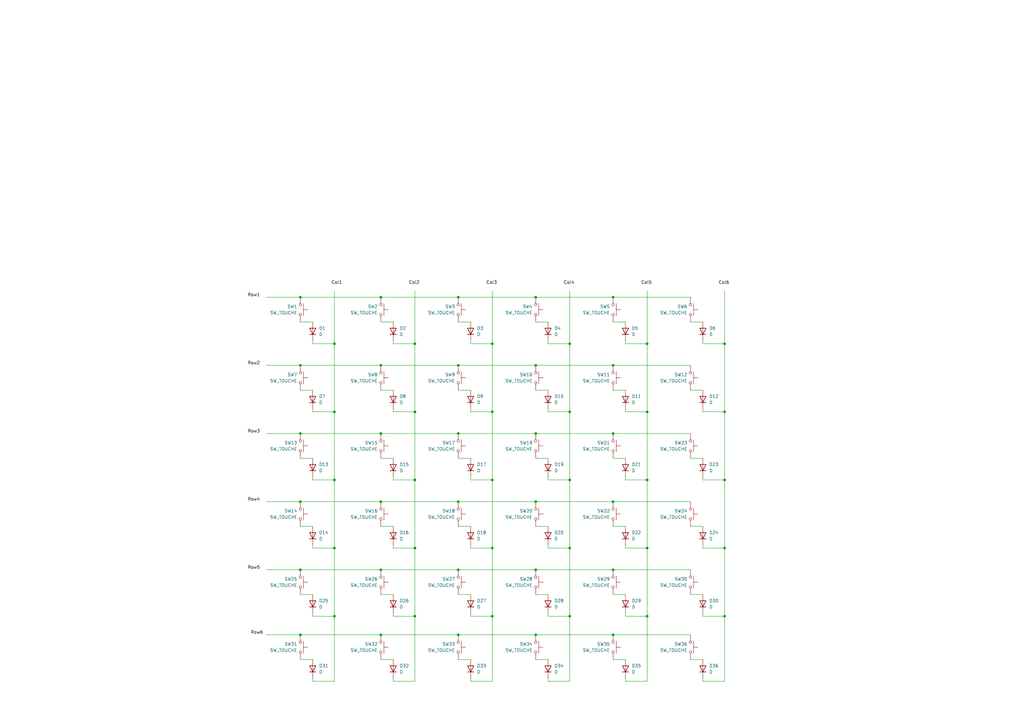
<source format=kicad_sch>
(kicad_sch (version 20231120) (generator "eeschema") (generator_version "8.0")
  (paper "A3")
  (lib_symbols
    (symbol "Device:D" (pin_numbers hide) (pin_names (offset 1.016) hide)
      (property "Reference" "D" (at 0 2.54 0))
      (property "Value" "D" (at 0 -2.54 0))
      (symbol "D_0_1"
        (polyline (pts (xy -1.27 1.27) (xy -1.27 -1.27)) (stroke (width 0.254)))
        (polyline (pts (xy 1.27 0) (xy -1.27 0)))
        (polyline (pts (xy 1.27 1.27) (xy 1.27 -1.27) (xy -1.27 0) (xy 1.27 1.27)) (stroke (width 0.254)))
      )
      (symbol "D_1_1"
        (pin passive line (at -3.81 0 0) (length 2.54) (name "K") (number "1"))
        (pin passive line (at 3.81 0 180) (length 2.54) (name "A") (number "2"))
      )
    )
    (symbol "Switch:SW_Push" (pin_numbers hide) (pin_names (offset 1.016) hide)
      (property "Reference" "SW" (at 1.27 2.54 0))
      (property "Value" "SW_Push" (at 0 -1.524 0))
      (symbol "SW_Push_0_1"
        (circle (center -2.032 0) (radius 0.508))
        (polyline (pts (xy 0 1.27) (xy 0 3.048)))
        (polyline (pts (xy 2.54 1.27) (xy -2.54 1.27)))
        (circle (center 2.032 0) (radius 0.508))
        (pin passive line (at -5.08 0 0) (length 2.54) (name "1") (number "1"))
        (pin passive line (at 5.08 0 180) (length 2.54) (name "2") (number "2"))
      )
    )
  )
  (junction (at 265.43 196.85))
  (junction (at 219.71 149.86))
  (junction (at 123.19 205.74))
  (junction (at 233.68 224.79))
  (junction (at 265.43 252.73))
  (junction (at 170.18 140.97))
  (junction (at 137.16 168.91))
  (junction (at 137.16 252.73))
  (junction (at 297.18 196.85))
  (junction (at 219.71 260.35))
  (junction (at 123.19 233.68))
  (junction (at 201.93 140.97))
  (junction (at 251.46 205.74))
  (junction (at 170.18 168.91))
  (junction (at 233.68 252.73))
  (junction (at 201.93 196.85))
  (junction (at 297.18 140.97))
  (junction (at 265.43 140.97))
  (junction (at 265.43 168.91))
  (junction (at 156.21 149.86))
  (junction (at 123.19 177.8))
  (junction (at 156.21 260.35))
  (junction (at 187.96 260.35))
  (junction (at 170.18 252.73))
  (junction (at 219.71 177.8))
  (junction (at 251.46 260.35))
  (junction (at 201.93 224.79))
  (junction (at 156.21 177.8))
  (junction (at 251.46 121.92))
  (junction (at 170.18 224.79))
  (junction (at 219.71 121.92))
  (junction (at 187.96 121.92))
  (junction (at 156.21 205.74))
  (junction (at 137.16 224.79))
  (junction (at 187.96 177.8))
  (junction (at 156.21 121.92))
  (junction (at 265.43 224.79))
  (junction (at 297.18 224.79))
  (junction (at 123.19 121.92))
  (junction (at 187.96 149.86))
  (junction (at 219.71 205.74))
  (junction (at 219.71 233.68))
  (junction (at 251.46 233.68))
  (junction (at 251.46 149.86))
  (junction (at 233.68 196.85))
  (junction (at 201.93 252.73))
  (junction (at 137.16 140.97))
  (junction (at 170.18 196.85))
  (junction (at 187.96 233.68))
  (junction (at 251.46 177.8))
  (junction (at 123.19 149.86))
  (junction (at 297.18 168.91))
  (junction (at 233.68 140.97))
  (junction (at 156.21 233.68))
  (junction (at 201.93 168.91))
  (junction (at 137.16 196.85))
  (junction (at 233.68 168.91))
  (junction (at 123.19 260.35))
  (junction (at 297.18 252.73))
  (junction (at 187.96 205.74))
  (wire (pts (xy 137.16 224.79) (xy 137.16 252.73)))
  (wire (pts (xy 161.29 140.97) (xy 170.18 140.97)))
  (wire (pts (xy 161.29 243.84) (xy 156.21 243.84)))
  (wire (pts (xy 224.79 196.85) (xy 233.68 196.85)))
  (wire (pts (xy 161.29 215.9) (xy 156.21 215.9)))
  (wire (pts (xy 224.79 223.52) (xy 224.79 224.79)))
  (wire (pts (xy 109.22 121.92) (xy 123.19 121.92)))
  (wire (pts (xy 156.21 149.86) (xy 187.96 149.86)))
  (wire (pts (xy 251.46 177.8) (xy 283.21 177.8)))
  (wire (pts (xy 233.68 168.91) (xy 233.68 196.85)))
  (wire (pts (xy 128.27 223.52) (xy 128.27 224.79)))
  (wire (pts (xy 137.16 140.97) (xy 137.16 168.91)))
  (wire (pts (xy 156.21 121.92) (xy 187.96 121.92)))
  (wire (pts (xy 193.04 278.13) (xy 193.04 279.4)))
  (wire (pts (xy 161.29 160.02) (xy 156.21 160.02)))
  (wire (pts (xy 297.18 252.73) (xy 297.18 279.4)))
  (wire (pts (xy 128.27 251.46) (xy 128.27 252.73)))
  (wire (pts (xy 219.71 177.8) (xy 251.46 177.8)))
  (wire (pts (xy 161.29 279.4) (xy 170.18 279.4)))
  (wire (pts (xy 219.71 260.35) (xy 251.46 260.35)))
  (wire (pts (xy 128.27 132.08) (xy 123.19 132.08)))
  (wire (pts (xy 219.71 121.92) (xy 251.46 121.92)))
  (wire (pts (xy 128.27 279.4) (xy 137.16 279.4)))
  (wire (pts (xy 123.19 149.86) (xy 156.21 149.86)))
  (wire (pts (xy 288.29 160.02) (xy 283.21 160.02)))
  (wire (pts (xy 128.27 160.02) (xy 123.19 160.02)))
  (wire (pts (xy 251.46 233.68) (xy 283.21 233.68)))
  (wire (pts (xy 128.27 252.73) (xy 137.16 252.73)))
  (wire (pts (xy 233.68 196.85) (xy 233.68 224.79)))
  (wire (pts (xy 201.93 140.97) (xy 201.93 168.91)))
  (wire (pts (xy 123.19 121.92) (xy 156.21 121.92)))
  (wire (pts (xy 193.04 224.79) (xy 201.93 224.79)))
  (wire (pts (xy 256.54 187.96) (xy 251.46 187.96)))
  (wire (pts (xy 137.16 119.38) (xy 137.16 140.97)))
  (wire (pts (xy 156.21 260.35) (xy 187.96 260.35)))
  (wire (pts (xy 170.18 168.91) (xy 170.18 196.85)))
  (wire (pts (xy 288.29 224.79) (xy 297.18 224.79)))
  (wire (pts (xy 161.29 195.58) (xy 161.29 196.85)))
  (wire (pts (xy 193.04 195.58) (xy 193.04 196.85)))
  (wire (pts (xy 224.79 195.58) (xy 224.79 196.85)))
  (wire (pts (xy 288.29 251.46) (xy 288.29 252.73)))
  (wire (pts (xy 265.43 252.73) (xy 265.43 279.4)))
  (wire (pts (xy 128.27 224.79) (xy 137.16 224.79)))
  (wire (pts (xy 288.29 140.97) (xy 297.18 140.97)))
  (wire (pts (xy 137.16 168.91) (xy 137.16 196.85)))
  (wire (pts (xy 256.54 252.73) (xy 265.43 252.73)))
  (wire (pts (xy 193.04 251.46) (xy 193.04 252.73)))
  (wire (pts (xy 128.27 140.97) (xy 137.16 140.97)))
  (wire (pts (xy 224.79 252.73) (xy 233.68 252.73)))
  (wire (pts (xy 201.93 252.73) (xy 201.93 279.4)))
  (wire (pts (xy 187.96 149.86) (xy 219.71 149.86)))
  (wire (pts (xy 224.79 167.64) (xy 224.79 168.91)))
  (wire (pts (xy 256.54 215.9) (xy 251.46 215.9)))
  (wire (pts (xy 288.29 196.85) (xy 297.18 196.85)))
  (wire (pts (xy 128.27 270.51) (xy 123.19 270.51)))
  (wire (pts (xy 193.04 132.08) (xy 187.96 132.08)))
  (wire (pts (xy 256.54 224.79) (xy 265.43 224.79)))
  (wire (pts (xy 256.54 195.58) (xy 256.54 196.85)))
  (wire (pts (xy 233.68 252.73) (xy 233.68 279.4)))
  (wire (pts (xy 123.19 205.74) (xy 156.21 205.74)))
  (wire (pts (xy 193.04 243.84) (xy 187.96 243.84)))
  (wire (pts (xy 201.93 119.38) (xy 201.93 140.97)))
  (wire (pts (xy 256.54 139.7) (xy 256.54 140.97)))
  (wire (pts (xy 109.22 205.74) (xy 123.19 205.74)))
  (wire (pts (xy 256.54 132.08) (xy 251.46 132.08)))
  (wire (pts (xy 187.96 177.8) (xy 219.71 177.8)))
  (wire (pts (xy 161.29 224.79) (xy 170.18 224.79)))
  (wire (pts (xy 187.96 233.68) (xy 219.71 233.68)))
  (wire (pts (xy 187.96 121.92) (xy 219.71 121.92)))
  (wire (pts (xy 256.54 270.51) (xy 251.46 270.51)))
  (wire (pts (xy 256.54 243.84) (xy 251.46 243.84)))
  (wire (pts (xy 109.22 260.35) (xy 123.19 260.35)))
  (wire (pts (xy 193.04 252.73) (xy 201.93 252.73)))
  (wire (pts (xy 170.18 196.85) (xy 170.18 224.79)))
  (wire (pts (xy 224.79 160.02) (xy 219.71 160.02)))
  (wire (pts (xy 137.16 196.85) (xy 137.16 224.79)))
  (wire (pts (xy 161.29 132.08) (xy 156.21 132.08)))
  (wire (pts (xy 256.54 279.4) (xy 265.43 279.4)))
  (wire (pts (xy 170.18 140.97) (xy 170.18 168.91)))
  (wire (pts (xy 156.21 233.68) (xy 187.96 233.68)))
  (wire (pts (xy 224.79 279.4) (xy 233.68 279.4)))
  (wire (pts (xy 288.29 270.51) (xy 283.21 270.51)))
  (wire (pts (xy 137.16 252.73) (xy 137.16 279.4)))
  (wire (pts (xy 256.54 196.85) (xy 265.43 196.85)))
  (wire (pts (xy 123.19 260.35) (xy 156.21 260.35)))
  (wire (pts (xy 161.29 168.91) (xy 170.18 168.91)))
  (wire (pts (xy 265.43 196.85) (xy 265.43 224.79)))
  (wire (pts (xy 288.29 132.08) (xy 283.21 132.08)))
  (wire (pts (xy 161.29 252.73) (xy 170.18 252.73)))
  (wire (pts (xy 224.79 243.84) (xy 219.71 243.84)))
  (wire (pts (xy 224.79 278.13) (xy 224.79 279.4)))
  (wire (pts (xy 288.29 215.9) (xy 283.21 215.9)))
  (wire (pts (xy 219.71 205.74) (xy 251.46 205.74)))
  (wire (pts (xy 288.29 167.64) (xy 288.29 168.91)))
  (wire (pts (xy 224.79 215.9) (xy 219.71 215.9)))
  (wire (pts (xy 201.93 196.85) (xy 201.93 224.79)))
  (wire (pts (xy 288.29 187.96) (xy 283.21 187.96)))
  (wire (pts (xy 128.27 168.91) (xy 137.16 168.91)))
  (wire (pts (xy 128.27 167.64) (xy 128.27 168.91)))
  (wire (pts (xy 193.04 270.51) (xy 187.96 270.51)))
  (wire (pts (xy 297.18 140.97) (xy 297.18 168.91)))
  (wire (pts (xy 161.29 270.51) (xy 156.21 270.51)))
  (wire (pts (xy 288.29 252.73) (xy 297.18 252.73)))
  (wire (pts (xy 224.79 251.46) (xy 224.79 252.73)))
  (wire (pts (xy 193.04 223.52) (xy 193.04 224.79)))
  (wire (pts (xy 109.22 149.86) (xy 123.19 149.86)))
  (wire (pts (xy 128.27 278.13) (xy 128.27 279.4)))
  (wire (pts (xy 187.96 260.35) (xy 219.71 260.35)))
  (wire (pts (xy 224.79 224.79) (xy 233.68 224.79)))
  (wire (pts (xy 288.29 243.84) (xy 283.21 243.84)))
  (wire (pts (xy 265.43 224.79) (xy 265.43 252.73)))
  (wire (pts (xy 193.04 168.91) (xy 201.93 168.91)))
  (wire (pts (xy 156.21 205.74) (xy 187.96 205.74)))
  (wire (pts (xy 224.79 140.97) (xy 233.68 140.97)))
  (wire (pts (xy 256.54 278.13) (xy 256.54 279.4)))
  (wire (pts (xy 251.46 121.92) (xy 283.21 121.92)))
  (wire (pts (xy 288.29 279.4) (xy 297.18 279.4)))
  (wire (pts (xy 288.29 168.91) (xy 297.18 168.91)))
  (wire (pts (xy 251.46 149.86) (xy 283.21 149.86)))
  (wire (pts (xy 161.29 139.7) (xy 161.29 140.97)))
  (wire (pts (xy 193.04 160.02) (xy 187.96 160.02)))
  (wire (pts (xy 109.22 233.68) (xy 123.19 233.68)))
  (wire (pts (xy 161.29 251.46) (xy 161.29 252.73)))
  (wire (pts (xy 256.54 168.91) (xy 265.43 168.91)))
  (wire (pts (xy 224.79 139.7) (xy 224.79 140.97)))
  (wire (pts (xy 193.04 167.64) (xy 193.04 168.91)))
  (wire (pts (xy 123.19 233.68) (xy 156.21 233.68)))
  (wire (pts (xy 233.68 119.38) (xy 233.68 140.97)))
  (wire (pts (xy 170.18 252.73) (xy 170.18 279.4)))
  (wire (pts (xy 109.22 177.8) (xy 123.19 177.8)))
  (wire (pts (xy 201.93 224.79) (xy 201.93 252.73)))
  (wire (pts (xy 265.43 140.97) (xy 265.43 168.91)))
  (wire (pts (xy 256.54 160.02) (xy 251.46 160.02)))
  (wire (pts (xy 224.79 187.96) (xy 219.71 187.96)))
  (wire (pts (xy 161.29 167.64) (xy 161.29 168.91)))
  (wire (pts (xy 219.71 149.86) (xy 251.46 149.86)))
  (wire (pts (xy 170.18 224.79) (xy 170.18 252.73)))
  (wire (pts (xy 128.27 243.84) (xy 123.19 243.84)))
  (wire (pts (xy 297.18 196.85) (xy 297.18 224.79)))
  (wire (pts (xy 193.04 215.9) (xy 187.96 215.9)))
  (wire (pts (xy 219.71 233.68) (xy 251.46 233.68)))
  (wire (pts (xy 251.46 205.74) (xy 283.21 205.74)))
  (wire (pts (xy 297.18 168.91) (xy 297.18 196.85)))
  (wire (pts (xy 297.18 119.38) (xy 297.18 140.97)))
  (wire (pts (xy 128.27 139.7) (xy 128.27 140.97)))
  (wire (pts (xy 170.18 119.38) (xy 170.18 140.97)))
  (wire (pts (xy 224.79 168.91) (xy 233.68 168.91)))
  (wire (pts (xy 161.29 278.13) (xy 161.29 279.4)))
  (wire (pts (xy 161.29 223.52) (xy 161.29 224.79)))
  (wire (pts (xy 193.04 196.85) (xy 201.93 196.85)))
  (wire (pts (xy 193.04 279.4) (xy 201.93 279.4)))
  (wire (pts (xy 288.29 223.52) (xy 288.29 224.79)))
  (wire (pts (xy 128.27 187.96) (xy 123.19 187.96)))
  (wire (pts (xy 193.04 140.97) (xy 201.93 140.97)))
  (wire (pts (xy 187.96 205.74) (xy 219.71 205.74)))
  (wire (pts (xy 288.29 139.7) (xy 288.29 140.97)))
  (wire (pts (xy 156.21 177.8) (xy 187.96 177.8)))
  (wire (pts (xy 128.27 215.9) (xy 123.19 215.9)))
  (wire (pts (xy 233.68 140.97) (xy 233.68 168.91)))
  (wire (pts (xy 233.68 224.79) (xy 233.68 252.73)))
  (wire (pts (xy 193.04 187.96) (xy 187.96 187.96)))
  (wire (pts (xy 288.29 195.58) (xy 288.29 196.85)))
  (wire (pts (xy 224.79 270.51) (xy 219.71 270.51)))
  (wire (pts (xy 201.93 168.91) (xy 201.93 196.85)))
  (wire (pts (xy 256.54 167.64) (xy 256.54 168.91)))
  (wire (pts (xy 265.43 168.91) (xy 265.43 196.85)))
  (wire (pts (xy 128.27 196.85) (xy 137.16 196.85)))
  (wire (pts (xy 288.29 278.13) (xy 288.29 279.4)))
  (wire (pts (xy 297.18 224.79) (xy 297.18 252.73)))
  (wire (pts (xy 256.54 223.52) (xy 256.54 224.79)))
  (wire (pts (xy 193.04 139.7) (xy 193.04 140.97)))
  (wire (pts (xy 224.79 132.08) (xy 219.71 132.08)))
  (wire (pts (xy 161.29 196.85) (xy 170.18 196.85)))
  (wire (pts (xy 161.29 187.96) (xy 156.21 187.96)))
  (wire (pts (xy 265.43 119.38) (xy 265.43 140.97)))
  (wire (pts (xy 123.19 177.8) (xy 156.21 177.8)))
  (wire (pts (xy 251.46 260.35) (xy 283.21 260.35)))
  (wire (pts (xy 128.27 195.58) (xy 128.27 196.85)))
  (wire (pts (xy 256.54 140.97) (xy 265.43 140.97)))
  (wire (pts (xy 256.54 251.46) (xy 256.54 252.73)))
  (label "Row5" (at 106.68 233.68 180))
  (label "Row2" (at 106.68 149.86 180))
  (label "Row6" (at 107.95 260.35 180))
  (label "Col4" (at 231.14 116.84 0))
  (label "Col6" (at 294.64 116.84 0))
  (label "Row1" (at 106.68 121.92 180))
  (label "Col2" (at 167.64 116.84 0))
  (label "Col3" (at 199.39 116.84 0))
  (label "Row3" (at 106.68 177.8 180))
  (label "Col5" (at 262.89 116.84 0))
  (label "Col1" (at 135.89 116.84 0))
  (label "Row4" (at 106.68 205.74 180))
  (symbol (lib_id "Device:D") (at 161.29 191.77 90) (unit 1)
    (property "Reference" "D15" (at 163.83 190.4999 90) (effects (justify right)))
    (property "Value" "D" (at 163.83 193.0399 90) (effects (justify right)))
    (property "Description" "Diode" (effects (hide yes)))
    (property "Sim.Device" "D" (effects (hide yes)))
    (property "Sim.Pins" "1=K 2=A" (effects (hide yes)))
  )
  (symbol (lib_id "Device:D") (at 256.54 191.77 90) (unit 1)
    (property "Reference" "D21" (at 259.08 190.4999 90) (effects (justify right)))
    (property "Value" "D" (at 259.08 193.0399 90) (effects (justify right)))
    (property "Description" "Diode" (effects (hide yes)))
    (property "Sim.Device" "D" (effects (hide yes)))
    (property "Sim.Pins" "1=K 2=A" (effects (hide yes)))
  )
  (symbol (lib_id "Switch:SW_Push") (at 219.71 265.43 270) (unit 1)
    (property "Reference" "SW34" (at 218.44 264.1599 90) (effects (justify right)))
    (property "Value" "SW_TOUCHE" (at 218.44 266.6999 90) (effects (justify right)))
    (property "Description" "Push button switch, generic, two pins" (effects (hide yes)))
  )
  (symbol (lib_id "Device:D") (at 256.54 163.83 90) (unit 1)
    (property "Reference" "D11" (at 259.08 162.5599 90) (effects (justify right)))
    (property "Value" "D" (at 259.08 165.0999 90) (effects (justify right)))
    (property "Description" "Diode" (effects (hide yes)))
    (property "Sim.Device" "D" (effects (hide yes)))
    (property "Sim.Pins" "1=K 2=A" (effects (hide yes)))
  )
  (symbol (lib_id "Switch:SW_Push") (at 219.71 154.94 270) (unit 1)
    (property "Reference" "SW10" (at 218.44 153.6699 90) (effects (justify right)))
    (property "Value" "SW_TOUCHE" (at 218.44 156.2099 90) (effects (justify right)))
    (property "Description" "Push button switch, generic, two pins" (effects (hide yes)))
  )
  (symbol (lib_id "Switch:SW_Push") (at 123.19 154.94 270) (unit 1)
    (property "Reference" "SW7" (at 121.92 153.6699 90) (effects (justify right)))
    (property "Value" "SW_TOUCHE" (at 121.92 156.2099 90) (effects (justify right)))
    (property "Description" "Push button switch, generic, two pins" (effects (hide yes)))
  )
  (symbol (lib_id "Device:D") (at 288.29 247.65 90) (unit 1)
    (property "Reference" "D30" (at 290.83 246.3799 90) (effects (justify right)))
    (property "Value" "D" (at 290.83 248.9199 90) (effects (justify right)))
    (property "Description" "Diode" (effects (hide yes)))
    (property "Sim.Device" "D" (effects (hide yes)))
    (property "Sim.Pins" "1=K 2=A" (effects (hide yes)))
  )
  (symbol (lib_id "Device:D") (at 128.27 135.89 90) (unit 1)
    (property "Reference" "D1" (at 130.81 134.6199 90) (effects (justify right)))
    (property "Value" "D" (at 130.81 137.1599 90) (effects (justify right)))
    (property "Description" "Diode" (effects (hide yes)))
    (property "Sim.Device" "D" (effects (hide yes)))
    (property "Sim.Pins" "1=K 2=A" (effects (hide yes)))
  )
  (symbol (lib_id "Switch:SW_Push") (at 123.19 238.76 270) (unit 1)
    (property "Reference" "SW25" (at 121.92 237.4899 90) (effects (justify right)))
    (property "Value" "SW_TOUCHE" (at 121.92 240.0299 90) (effects (justify right)))
    (property "Description" "Push button switch, generic, two pins" (effects (hide yes)))
  )
  (symbol (lib_id "Device:D") (at 193.04 163.83 90) (unit 1)
    (property "Reference" "D9" (at 195.58 162.5599 90) (effects (justify right)))
    (property "Value" "D" (at 195.58 165.0999 90) (effects (justify right)))
    (property "Description" "Diode" (effects (hide yes)))
    (property "Sim.Device" "D" (effects (hide yes)))
    (property "Sim.Pins" "1=K 2=A" (effects (hide yes)))
  )
  (symbol (lib_id "Switch:SW_Push") (at 283.21 210.82 270) (unit 1)
    (property "Reference" "SW24" (at 281.94 209.5499 90) (effects (justify right)))
    (property "Value" "SW_TOUCHE" (at 281.94 212.0899 90) (effects (justify right)))
    (property "Description" "Push button switch, generic, two pins" (effects (hide yes)))
  )
  (symbol (lib_id "Device:D") (at 224.79 247.65 90) (unit 1)
    (property "Reference" "D28" (at 227.33 246.3799 90) (effects (justify right)))
    (property "Value" "D" (at 227.33 248.9199 90) (effects (justify right)))
    (property "Description" "Diode" (effects (hide yes)))
    (property "Sim.Device" "D" (effects (hide yes)))
    (property "Sim.Pins" "1=K 2=A" (effects (hide yes)))
  )
  (symbol (lib_id "Device:D") (at 193.04 219.71 90) (unit 1)
    (property "Reference" "D18" (at 195.58 218.4399 90) (effects (justify right)))
    (property "Value" "D" (at 195.58 220.9799 90) (effects (justify right)))
    (property "Description" "Diode" (effects (hide yes)))
    (property "Sim.Device" "D" (effects (hide yes)))
    (property "Sim.Pins" "1=K 2=A" (effects (hide yes)))
  )
  (symbol (lib_id "Switch:SW_Push") (at 251.46 210.82 270) (unit 1)
    (property "Reference" "SW22" (at 250.19 209.5499 90) (effects (justify right)))
    (property "Value" "SW_TOUCHE" (at 250.19 212.0899 90) (effects (justify right)))
    (property "Description" "Push button switch, generic, two pins" (effects (hide yes)))
  )
  (symbol (lib_id "Device:D") (at 224.79 219.71 90) (unit 1)
    (property "Reference" "D20" (at 227.33 218.4399 90) (effects (justify right)))
    (property "Value" "D" (at 227.33 220.9799 90) (effects (justify right)))
    (property "Description" "Diode" (effects (hide yes)))
    (property "Sim.Device" "D" (effects (hide yes)))
    (property "Sim.Pins" "1=K 2=A" (effects (hide yes)))
  )
  (symbol (lib_id "Switch:SW_Push") (at 187.96 265.43 270) (unit 1)
    (property "Reference" "SW33" (at 186.69 264.1599 90) (effects (justify right)))
    (property "Value" "SW_TOUCHE" (at 186.69 266.6999 90) (effects (justify right)))
    (property "Description" "Push button switch, generic, two pins" (effects (hide yes)))
  )
  (symbol (lib_id "Device:D") (at 288.29 135.89 90) (unit 1)
    (property "Reference" "D6" (at 290.83 134.6199 90) (effects (justify right)))
    (property "Value" "D" (at 290.83 137.1599 90) (effects (justify right)))
    (property "Description" "Diode" (effects (hide yes)))
    (property "Sim.Device" "D" (effects (hide yes)))
    (property "Sim.Pins" "1=K 2=A" (effects (hide yes)))
  )
  (symbol (lib_id "Switch:SW_Push") (at 156.21 182.88 270) (unit 1)
    (property "Reference" "SW15" (at 154.94 181.6099 90) (effects (justify right)))
    (property "Value" "SW_TOUCHE" (at 154.94 184.1499 90) (effects (justify right)))
    (property "Description" "Push button switch, generic, two pins" (effects (hide yes)))
  )
  (symbol (lib_id "Switch:SW_Push") (at 251.46 238.76 270) (unit 1)
    (property "Reference" "SW29" (at 250.19 237.4899 90) (effects (justify right)))
    (property "Value" "SW_TOUCHE" (at 250.19 240.0299 90) (effects (justify right)))
    (property "Description" "Push button switch, generic, two pins" (effects (hide yes)))
  )
  (symbol (lib_id "Switch:SW_Push") (at 283.21 154.94 270) (unit 1)
    (property "Reference" "SW12" (at 281.94 153.6699 90) (effects (justify right)))
    (property "Value" "SW_TOUCHE" (at 281.94 156.2099 90) (effects (justify right)))
    (property "Description" "Push button switch, generic, two pins" (effects (hide yes)))
  )
  (symbol (lib_id "Switch:SW_Push") (at 156.21 265.43 270) (unit 1)
    (property "Reference" "SW32" (at 154.94 264.1599 90) (effects (justify right)))
    (property "Value" "SW_TOUCHE" (at 154.94 266.6999 90) (effects (justify right)))
    (property "Description" "Push button switch, generic, two pins" (effects (hide yes)))
  )
  (symbol (lib_id "Device:D") (at 256.54 135.89 90) (unit 1)
    (property "Reference" "D5" (at 259.08 134.6199 90) (effects (justify right)))
    (property "Value" "D" (at 259.08 137.1599 90) (effects (justify right)))
    (property "Description" "Diode" (effects (hide yes)))
    (property "Sim.Device" "D" (effects (hide yes)))
    (property "Sim.Pins" "1=K 2=A" (effects (hide yes)))
  )
  (symbol (lib_id "Switch:SW_Push") (at 251.46 265.43 270) (unit 1)
    (property "Reference" "SW35" (at 250.19 264.1599 90) (effects (justify right)))
    (property "Value" "SW_TOUCHE" (at 250.19 266.6999 90) (effects (justify right)))
    (property "Description" "Push button switch, generic, two pins" (effects (hide yes)))
  )
  (symbol (lib_id "Device:D") (at 193.04 135.89 90) (unit 1)
    (property "Reference" "D3" (at 195.58 134.6199 90) (effects (justify right)))
    (property "Value" "D" (at 195.58 137.1599 90) (effects (justify right)))
    (property "Description" "Diode" (effects (hide yes)))
    (property "Sim.Device" "D" (effects (hide yes)))
    (property "Sim.Pins" "1=K 2=A" (effects (hide yes)))
  )
  (symbol (lib_id "Device:D") (at 256.54 274.32 90) (unit 1)
    (property "Reference" "D35" (at 259.08 273.0499 90) (effects (justify right)))
    (property "Value" "D" (at 259.08 275.5899 90) (effects (justify right)))
    (property "Description" "Diode" (effects (hide yes)))
    (property "Sim.Device" "D" (effects (hide yes)))
    (property "Sim.Pins" "1=K 2=A" (effects (hide yes)))
  )
  (symbol (lib_id "Switch:SW_Push") (at 283.21 127 270) (unit 1)
    (property "Reference" "SW6" (at 281.94 125.7299 90) (effects (justify right)))
    (property "Value" "SW_TOUCHE" (at 281.94 128.2699 90) (effects (justify right)))
    (property "Description" "Push button switch, generic, two pins" (effects (hide yes)))
  )
  (symbol (lib_id "Switch:SW_Push") (at 219.71 238.76 270) (unit 1)
    (property "Reference" "SW28" (at 218.44 237.4899 90) (effects (justify right)))
    (property "Value" "SW_TOUCHE" (at 218.44 240.0299 90) (effects (justify right)))
    (property "Description" "Push button switch, generic, two pins" (effects (hide yes)))
  )
  (symbol (lib_id "Switch:SW_Push") (at 187.96 127 270) (unit 1)
    (property "Reference" "SW3" (at 186.69 125.7299 90) (effects (justify right)))
    (property "Value" "SW_TOUCHE" (at 186.69 128.2699 90) (effects (justify right)))
    (property "Description" "Push button switch, generic, two pins" (effects (hide yes)))
  )
  (symbol (lib_id "Device:D") (at 128.27 219.71 90) (unit 1)
    (property "Reference" "D14" (at 130.81 218.4399 90) (effects (justify right)))
    (property "Value" "D" (at 130.81 220.9799 90) (effects (justify right)))
    (property "Description" "Diode" (effects (hide yes)))
    (property "Sim.Device" "D" (effects (hide yes)))
    (property "Sim.Pins" "1=K 2=A" (effects (hide yes)))
  )
  (symbol (lib_id "Device:D") (at 161.29 247.65 90) (unit 1)
    (property "Reference" "D26" (at 163.83 246.3799 90) (effects (justify right)))
    (property "Value" "D" (at 163.83 248.9199 90) (effects (justify right)))
    (property "Description" "Diode" (effects (hide yes)))
    (property "Sim.Device" "D" (effects (hide yes)))
    (property "Sim.Pins" "1=K 2=A" (effects (hide yes)))
  )
  (symbol (lib_id "Switch:SW_Push") (at 251.46 182.88 270) (unit 1)
    (property "Reference" "SW21" (at 250.19 181.6099 90) (effects (justify right)))
    (property "Value" "SW_TOUCHE" (at 250.19 184.1499 90) (effects (justify right)))
    (property "Description" "Push button switch, generic, two pins" (effects (hide yes)))
  )
  (symbol (lib_id "Device:D") (at 256.54 219.71 90) (unit 1)
    (property "Reference" "D22" (at 259.08 218.4399 90) (effects (justify right)))
    (property "Value" "D" (at 259.08 220.9799 90) (effects (justify right)))
    (property "Description" "Diode" (effects (hide yes)))
    (property "Sim.Device" "D" (effects (hide yes)))
    (property "Sim.Pins" "1=K 2=A" (effects (hide yes)))
  )
  (symbol (lib_id "Switch:SW_Push") (at 251.46 154.94 270) (unit 1)
    (property "Reference" "SW11" (at 250.19 153.6699 90) (effects (justify right)))
    (property "Value" "SW_TOUCHE" (at 250.19 156.2099 90) (effects (justify right)))
    (property "Description" "Push button switch, generic, two pins" (effects (hide yes)))
  )
  (symbol (lib_id "Switch:SW_Push") (at 219.71 210.82 270) (unit 1)
    (property "Reference" "SW20" (at 218.44 209.5499 90) (effects (justify right)))
    (property "Value" "SW_TOUCHE" (at 218.44 212.0899 90) (effects (justify right)))
    (property "Description" "Push button switch, generic, two pins" (effects (hide yes)))
  )
  (symbol (lib_id "Device:D") (at 224.79 135.89 90) (unit 1)
    (property "Reference" "D4" (at 227.33 134.6199 90) (effects (justify right)))
    (property "Value" "D" (at 227.33 137.1599 90) (effects (justify right)))
    (property "Description" "Diode" (effects (hide yes)))
    (property "Sim.Device" "D" (effects (hide yes)))
    (property "Sim.Pins" "1=K 2=A" (effects (hide yes)))
  )
  (symbol (lib_id "Switch:SW_Push") (at 123.19 265.43 270) (unit 1)
    (property "Reference" "SW31" (at 121.92 264.1599 90) (effects (justify right)))
    (property "Value" "SW_TOUCHE" (at 121.92 266.6999 90) (effects (justify right)))
    (property "Description" "Push button switch, generic, two pins" (effects (hide yes)))
  )
  (symbol (lib_id "Switch:SW_Push") (at 187.96 238.76 270) (unit 1)
    (property "Reference" "SW27" (at 186.69 237.4899 90) (effects (justify right)))
    (property "Value" "SW_TOUCHE" (at 186.69 240.0299 90) (effects (justify right)))
    (property "Description" "Push button switch, generic, two pins" (effects (hide yes)))
  )
  (symbol (lib_id "Device:D") (at 288.29 219.71 90) (unit 1)
    (property "Reference" "D24" (at 290.83 218.4399 90) (effects (justify right)))
    (property "Value" "D" (at 290.83 220.9799 90) (effects (justify right)))
    (property "Description" "Diode" (effects (hide yes)))
    (property "Sim.Device" "D" (effects (hide yes)))
    (property "Sim.Pins" "1=K 2=A" (effects (hide yes)))
  )
  (symbol (lib_id "Device:D") (at 128.27 274.32 90) (unit 1)
    (property "Reference" "D31" (at 130.81 273.0499 90) (effects (justify right)))
    (property "Value" "D" (at 130.81 275.5899 90) (effects (justify right)))
    (property "Description" "Diode" (effects (hide yes)))
    (property "Sim.Device" "D" (effects (hide yes)))
    (property "Sim.Pins" "1=K 2=A" (effects (hide yes)))
  )
  (symbol (lib_id "Device:D") (at 128.27 247.65 90) (unit 1)
    (property "Reference" "D25" (at 130.81 246.3799 90) (effects (justify right)))
    (property "Value" "D" (at 130.81 248.9199 90) (effects (justify right)))
    (property "Description" "Diode" (effects (hide yes)))
    (property "Sim.Device" "D" (effects (hide yes)))
    (property "Sim.Pins" "1=K 2=A" (effects (hide yes)))
  )
  (symbol (lib_id "Switch:SW_Push") (at 251.46 127 270) (unit 1)
    (property "Reference" "SW5" (at 250.19 125.7299 90) (effects (justify right)))
    (property "Value" "SW_TOUCHE" (at 250.19 128.2699 90) (effects (justify right)))
    (property "Description" "Push button switch, generic, two pins" (effects (hide yes)))
  )
  (symbol (lib_id "Switch:SW_Push") (at 219.71 127 270) (unit 1)
    (property "Reference" "SW4" (at 218.44 125.7299 90) (effects (justify right)))
    (property "Value" "SW_TOUCHE" (at 218.44 128.2699 90) (effects (justify right)))
    (property "Description" "Push button switch, generic, two pins" (effects (hide yes)))
  )
  (symbol (lib_id "Device:D") (at 161.29 163.83 90) (unit 1)
    (property "Reference" "D8" (at 163.83 162.5599 90) (effects (justify right)))
    (property "Value" "D" (at 163.83 165.0999 90) (effects (justify right)))
    (property "Description" "Diode" (effects (hide yes)))
    (property "Sim.Device" "D" (effects (hide yes)))
    (property "Sim.Pins" "1=K 2=A" (effects (hide yes)))
  )
  (symbol (lib_id "Device:D") (at 193.04 191.77 90) (unit 1)
    (property "Reference" "D17" (at 195.58 190.4999 90) (effects (justify right)))
    (property "Value" "D" (at 195.58 193.0399 90) (effects (justify right)))
    (property "Description" "Diode" (effects (hide yes)))
    (property "Sim.Device" "D" (effects (hide yes)))
    (property "Sim.Pins" "1=K 2=A" (effects (hide yes)))
  )
  (symbol (lib_id "Device:D") (at 128.27 163.83 90) (unit 1)
    (property "Reference" "D7" (at 130.81 162.5599 90) (effects (justify right)))
    (property "Value" "D" (at 130.81 165.0999 90) (effects (justify right)))
    (property "Description" "Diode" (effects (hide yes)))
    (property "Sim.Device" "D" (effects (hide yes)))
    (property "Sim.Pins" "1=K 2=A" (effects (hide yes)))
  )
  (symbol (lib_id "Switch:SW_Push") (at 156.21 154.94 270) (unit 1)
    (property "Reference" "SW8" (at 154.94 153.6699 90) (effects (justify right)))
    (property "Value" "SW_TOUCHE" (at 154.94 156.2099 90) (effects (justify right)))
    (property "Description" "Push button switch, generic, two pins" (effects (hide yes)))
  )
  (symbol (lib_id "Switch:SW_Push") (at 156.21 127 270) (unit 1)
    (property "Reference" "SW2" (at 154.94 125.7299 90) (effects (justify right)))
    (property "Value" "SW_TOUCHE" (at 154.94 128.2699 90) (effects (justify right)))
    (property "Description" "Push button switch, generic, two pins" (effects (hide yes)))
  )
  (symbol (lib_id "Switch:SW_Push") (at 283.21 182.88 270) (unit 1)
    (property "Reference" "SW23" (at 281.94 181.6099 90) (effects (justify right)))
    (property "Value" "SW_TOUCHE" (at 281.94 184.1499 90) (effects (justify right)))
    (property "Description" "Push button switch, generic, two pins" (effects (hide yes)))
  )
  (symbol (lib_id "Device:D") (at 161.29 274.32 90) (unit 1)
    (property "Reference" "D32" (at 163.83 273.0499 90) (effects (justify right)))
    (property "Value" "D" (at 163.83 275.5899 90) (effects (justify right)))
    (property "Description" "Diode" (effects (hide yes)))
    (property "Sim.Device" "D" (effects (hide yes)))
    (property "Sim.Pins" "1=K 2=A" (effects (hide yes)))
  )
  (symbol (lib_id "Switch:SW_Push") (at 283.21 238.76 270) (unit 1)
    (property "Reference" "SW30" (at 281.94 237.4899 90) (effects (justify right)))
    (property "Value" "SW_TOUCHE" (at 281.94 240.0299 90) (effects (justify right)))
    (property "Description" "Push button switch, generic, two pins" (effects (hide yes)))
  )
  (symbol (lib_id "Device:D") (at 288.29 274.32 90) (unit 1)
    (property "Reference" "D36" (at 290.83 273.0499 90) (effects (justify right)))
    (property "Value" "D" (at 290.83 275.5899 90) (effects (justify right)))
    (property "Description" "Diode" (effects (hide yes)))
    (property "Sim.Device" "D" (effects (hide yes)))
    (property "Sim.Pins" "1=K 2=A" (effects (hide yes)))
  )
  (symbol (lib_id "Switch:SW_Push") (at 219.71 182.88 270) (unit 1)
    (property "Reference" "SW19" (at 218.44 181.6099 90) (effects (justify right)))
    (property "Value" "SW_TOUCHE" (at 218.44 184.1499 90) (effects (justify right)))
    (property "Description" "Push button switch, generic, two pins" (effects (hide yes)))
  )
  (symbol (lib_id "Device:D") (at 256.54 247.65 90) (unit 1)
    (property "Reference" "D29" (at 259.08 246.3799 90) (effects (justify right)))
    (property "Value" "D" (at 259.08 248.9199 90) (effects (justify right)))
    (property "Description" "Diode" (effects (hide yes)))
    (property "Sim.Device" "D" (effects (hide yes)))
    (property "Sim.Pins" "1=K 2=A" (effects (hide yes)))
  )
  (symbol (lib_id "Switch:SW_Push") (at 187.96 210.82 270) (unit 1)
    (property "Reference" "SW18" (at 186.69 209.5499 90) (effects (justify right)))
    (property "Value" "SW_TOUCHE" (at 186.69 212.0899 90) (effects (justify right)))
    (property "Description" "Push button switch, generic, two pins" (effects (hide yes)))
  )
  (symbol (lib_id "Device:D") (at 128.27 191.77 90) (unit 1)
    (property "Reference" "D13" (at 130.81 190.4999 90) (effects (justify right)))
    (property "Value" "D" (at 130.81 193.0399 90) (effects (justify right)))
    (property "Description" "Diode" (effects (hide yes)))
    (property "Sim.Device" "D" (effects (hide yes)))
    (property "Sim.Pins" "1=K 2=A" (effects (hide yes)))
  )
  (symbol (lib_id "Device:D") (at 161.29 219.71 90) (unit 1)
    (property "Reference" "D16" (at 163.83 218.4399 90) (effects (justify right)))
    (property "Value" "D" (at 163.83 220.9799 90) (effects (justify right)))
    (property "Description" "Diode" (effects (hide yes)))
    (property "Sim.Device" "D" (effects (hide yes)))
    (property "Sim.Pins" "1=K 2=A" (effects (hide yes)))
  )
  (symbol (lib_id "Device:D") (at 161.29 135.89 90) (unit 1)
    (property "Reference" "D2" (at 163.83 134.6199 90) (effects (justify right)))
    (property "Value" "D" (at 163.83 137.1599 90) (effects (justify right)))
    (property "Description" "Diode" (effects (hide yes)))
    (property "Sim.Device" "D" (effects (hide yes)))
    (property "Sim.Pins" "1=K 2=A" (effects (hide yes)))
  )
  (symbol (lib_id "Switch:SW_Push") (at 187.96 154.94 270) (unit 1)
    (property "Reference" "SW9" (at 186.69 153.6699 90) (effects (justify right)))
    (property "Value" "SW_TOUCHE" (at 186.69 156.2099 90) (effects (justify right)))
    (property "Description" "Push button switch, generic, two pins" (effects (hide yes)))
  )
  (symbol (lib_id "Device:D") (at 224.79 274.32 90) (unit 1)
    (property "Reference" "D34" (at 227.33 273.0499 90) (effects (justify right)))
    (property "Value" "D" (at 227.33 275.5899 90) (effects (justify right)))
    (property "Description" "Diode" (effects (hide yes)))
    (property "Sim.Device" "D" (effects (hide yes)))
    (property "Sim.Pins" "1=K 2=A" (effects (hide yes)))
  )
  (symbol (lib_id "Device:D") (at 193.04 274.32 90) (unit 1)
    (property "Reference" "D33" (at 195.58 273.0499 90) (effects (justify right)))
    (property "Value" "D" (at 195.58 275.5899 90) (effects (justify right)))
    (property "Description" "Diode" (effects (hide yes)))
    (property "Sim.Device" "D" (effects (hide yes)))
    (property "Sim.Pins" "1=K 2=A" (effects (hide yes)))
  )
  (symbol (lib_id "Device:D") (at 288.29 163.83 90) (unit 1)
    (property "Reference" "D12" (at 290.83 162.5599 90) (effects (justify right)))
    (property "Value" "D" (at 290.83 165.0999 90) (effects (justify right)))
    (property "Description" "Diode" (effects (hide yes)))
    (property "Sim.Device" "D" (effects (hide yes)))
    (property "Sim.Pins" "1=K 2=A" (effects (hide yes)))
  )
  (symbol (lib_id "Device:D") (at 288.29 191.77 90) (unit 1)
    (property "Reference" "D23" (at 290.83 190.4999 90) (effects (justify right)))
    (property "Value" "D" (at 290.83 193.0399 90) (effects (justify right)))
    (property "Description" "Diode" (effects (hide yes)))
    (property "Sim.Device" "D" (effects (hide yes)))
    (property "Sim.Pins" "1=K 2=A" (effects (hide yes)))
  )
  (symbol (lib_id "Device:D") (at 224.79 163.83 90) (unit 1)
    (property "Reference" "D10" (at 227.33 162.5599 90) (effects (justify right)))
    (property "Value" "D" (at 227.33 165.0999 90) (effects (justify right)))
    (property "Description" "Diode" (effects (hide yes)))
    (property "Sim.Device" "D" (effects (hide yes)))
    (property "Sim.Pins" "1=K 2=A" (effects (hide yes)))
  )
  (symbol (lib_id "Switch:SW_Push") (at 283.21 265.43 270) (unit 1)
    (property "Reference" "SW36" (at 281.94 264.1599 90) (effects (justify right)))
    (property "Value" "SW_TOUCHE" (at 281.94 266.6999 90) (effects (justify right)))
    (property "Description" "Push button switch, generic, two pins" (effects (hide yes)))
  )
  (symbol (lib_id "Switch:SW_Push") (at 187.96 182.88 270) (unit 1)
    (property "Reference" "SW17" (at 186.69 181.6099 90) (effects (justify right)))
    (property "Value" "SW_TOUCHE" (at 186.69 184.1499 90) (effects (justify right)))
    (property "Description" "Push button switch, generic, two pins" (effects (hide yes)))
  )
  (symbol (lib_id "Device:D") (at 224.79 191.77 90) (unit 1)
    (property "Reference" "D19" (at 227.33 190.4999 90) (effects (justify right)))
    (property "Value" "D" (at 227.33 193.0399 90) (effects (justify right)))
    (property "Description" "Diode" (effects (hide yes)))
    (property "Sim.Device" "D" (effects (hide yes)))
    (property "Sim.Pins" "1=K 2=A" (effects (hide yes)))
  )
  (symbol (lib_id "Switch:SW_Push") (at 123.19 210.82 270) (unit 1)
    (property "Reference" "SW14" (at 121.92 209.5499 90) (effects (justify right)))
    (property "Value" "SW_TOUCHE" (at 121.92 212.0899 90) (effects (justify right)))
    (property "Description" "Push button switch, generic, two pins" (effects (hide yes)))
  )
  (symbol (lib_id "Switch:SW_Push") (at 156.21 210.82 270) (unit 1)
    (property "Reference" "SW16" (at 154.94 209.5499 90) (effects (justify right)))
    (property "Value" "SW_TOUCHE" (at 154.94 212.0899 90) (effects (justify right)))
    (property "Description" "Push button switch, generic, two pins" (effects (hide yes)))
  )
  (symbol (lib_id "Device:D") (at 193.04 247.65 90) (unit 1)
    (property "Reference" "D27" (at 195.58 246.3799 90) (effects (justify right)))
    (property "Value" "D" (at 195.58 248.9199 90) (effects (justify right)))
    (property "Description" "Diode" (effects (hide yes)))
    (property "Sim.Device" "D" (effects (hide yes)))
    (property "Sim.Pins" "1=K 2=A" (effects (hide yes)))
  )
  (symbol (lib_id "Switch:SW_Push") (at 123.19 127 270) (unit 1)
    (property "Reference" "SW1" (at 121.92 125.7299 90) (effects (justify right)))
    (property "Value" "SW_TOUCHE" (at 121.92 128.2699 90) (effects (justify right)))
    (property "Description" "Push button switch, generic, two pins" (effects (hide yes)))
  )
  (symbol (lib_id "Switch:SW_Push") (at 156.21 238.76 270) (unit 1)
    (property "Reference" "SW26" (at 154.94 237.4899 90) (effects (justify right)))
    (property "Value" "SW_TOUCHE" (at 154.94 240.0299 90) (effects (justify right)))
    (property "Description" "Push button switch, generic, two pins" (effects (hide yes)))
  )
  (symbol (lib_id "Switch:SW_Push") (at 123.19 182.88 270) (unit 1)
    (property "Reference" "SW13" (at 121.92 181.6099 90) (effects (justify right)))
    (property "Value" "SW_TOUCHE" (at 121.92 184.1499 90) (effects (justify right)))
    (property "Description" "Push button switch, generic, two pins" (effects (hide yes)))
  )
)
</source>
